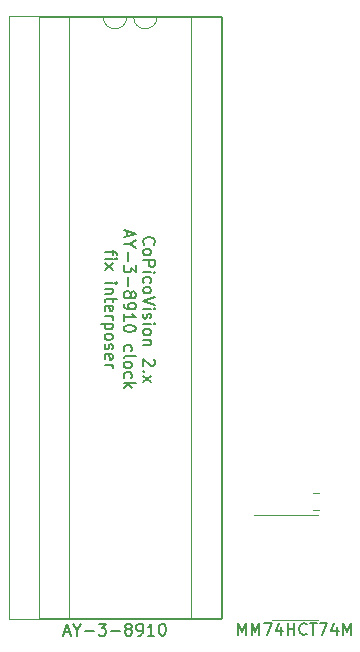
<source format=gbr>
%TF.GenerationSoftware,KiCad,Pcbnew,7.0.2-0*%
%TF.CreationDate,2024-12-31T08:54:24-08:00*%
%TF.ProjectId,rev2_x_ay_interposer,72657632-5f78-45f6-9179-5f696e746572,1.0*%
%TF.SameCoordinates,Original*%
%TF.FileFunction,Legend,Top*%
%TF.FilePolarity,Positive*%
%FSLAX46Y46*%
G04 Gerber Fmt 4.6, Leading zero omitted, Abs format (unit mm)*
G04 Created by KiCad (PCBNEW 7.0.2-0) date 2024-12-31 08:54:24*
%MOMM*%
%LPD*%
G01*
G04 APERTURE LIST*
%ADD10C,0.150000*%
%ADD11C,0.120000*%
G04 APERTURE END LIST*
D10*
X146967619Y-57769809D02*
X146920000Y-57722190D01*
X146920000Y-57722190D02*
X146872380Y-57579333D01*
X146872380Y-57579333D02*
X146872380Y-57484095D01*
X146872380Y-57484095D02*
X146920000Y-57341238D01*
X146920000Y-57341238D02*
X147015238Y-57246000D01*
X147015238Y-57246000D02*
X147110476Y-57198381D01*
X147110476Y-57198381D02*
X147300952Y-57150762D01*
X147300952Y-57150762D02*
X147443809Y-57150762D01*
X147443809Y-57150762D02*
X147634285Y-57198381D01*
X147634285Y-57198381D02*
X147729523Y-57246000D01*
X147729523Y-57246000D02*
X147824761Y-57341238D01*
X147824761Y-57341238D02*
X147872380Y-57484095D01*
X147872380Y-57484095D02*
X147872380Y-57579333D01*
X147872380Y-57579333D02*
X147824761Y-57722190D01*
X147824761Y-57722190D02*
X147777142Y-57769809D01*
X146872380Y-58341238D02*
X146920000Y-58246000D01*
X146920000Y-58246000D02*
X146967619Y-58198381D01*
X146967619Y-58198381D02*
X147062857Y-58150762D01*
X147062857Y-58150762D02*
X147348571Y-58150762D01*
X147348571Y-58150762D02*
X147443809Y-58198381D01*
X147443809Y-58198381D02*
X147491428Y-58246000D01*
X147491428Y-58246000D02*
X147539047Y-58341238D01*
X147539047Y-58341238D02*
X147539047Y-58484095D01*
X147539047Y-58484095D02*
X147491428Y-58579333D01*
X147491428Y-58579333D02*
X147443809Y-58626952D01*
X147443809Y-58626952D02*
X147348571Y-58674571D01*
X147348571Y-58674571D02*
X147062857Y-58674571D01*
X147062857Y-58674571D02*
X146967619Y-58626952D01*
X146967619Y-58626952D02*
X146920000Y-58579333D01*
X146920000Y-58579333D02*
X146872380Y-58484095D01*
X146872380Y-58484095D02*
X146872380Y-58341238D01*
X146872380Y-59103143D02*
X147872380Y-59103143D01*
X147872380Y-59103143D02*
X147872380Y-59484095D01*
X147872380Y-59484095D02*
X147824761Y-59579333D01*
X147824761Y-59579333D02*
X147777142Y-59626952D01*
X147777142Y-59626952D02*
X147681904Y-59674571D01*
X147681904Y-59674571D02*
X147539047Y-59674571D01*
X147539047Y-59674571D02*
X147443809Y-59626952D01*
X147443809Y-59626952D02*
X147396190Y-59579333D01*
X147396190Y-59579333D02*
X147348571Y-59484095D01*
X147348571Y-59484095D02*
X147348571Y-59103143D01*
X146872380Y-60103143D02*
X147539047Y-60103143D01*
X147872380Y-60103143D02*
X147824761Y-60055524D01*
X147824761Y-60055524D02*
X147777142Y-60103143D01*
X147777142Y-60103143D02*
X147824761Y-60150762D01*
X147824761Y-60150762D02*
X147872380Y-60103143D01*
X147872380Y-60103143D02*
X147777142Y-60103143D01*
X146920000Y-61007904D02*
X146872380Y-60912666D01*
X146872380Y-60912666D02*
X146872380Y-60722190D01*
X146872380Y-60722190D02*
X146920000Y-60626952D01*
X146920000Y-60626952D02*
X146967619Y-60579333D01*
X146967619Y-60579333D02*
X147062857Y-60531714D01*
X147062857Y-60531714D02*
X147348571Y-60531714D01*
X147348571Y-60531714D02*
X147443809Y-60579333D01*
X147443809Y-60579333D02*
X147491428Y-60626952D01*
X147491428Y-60626952D02*
X147539047Y-60722190D01*
X147539047Y-60722190D02*
X147539047Y-60912666D01*
X147539047Y-60912666D02*
X147491428Y-61007904D01*
X146872380Y-61579333D02*
X146920000Y-61484095D01*
X146920000Y-61484095D02*
X146967619Y-61436476D01*
X146967619Y-61436476D02*
X147062857Y-61388857D01*
X147062857Y-61388857D02*
X147348571Y-61388857D01*
X147348571Y-61388857D02*
X147443809Y-61436476D01*
X147443809Y-61436476D02*
X147491428Y-61484095D01*
X147491428Y-61484095D02*
X147539047Y-61579333D01*
X147539047Y-61579333D02*
X147539047Y-61722190D01*
X147539047Y-61722190D02*
X147491428Y-61817428D01*
X147491428Y-61817428D02*
X147443809Y-61865047D01*
X147443809Y-61865047D02*
X147348571Y-61912666D01*
X147348571Y-61912666D02*
X147062857Y-61912666D01*
X147062857Y-61912666D02*
X146967619Y-61865047D01*
X146967619Y-61865047D02*
X146920000Y-61817428D01*
X146920000Y-61817428D02*
X146872380Y-61722190D01*
X146872380Y-61722190D02*
X146872380Y-61579333D01*
X147872380Y-62198381D02*
X146872380Y-62531714D01*
X146872380Y-62531714D02*
X147872380Y-62865047D01*
X146872380Y-63198381D02*
X147539047Y-63198381D01*
X147872380Y-63198381D02*
X147824761Y-63150762D01*
X147824761Y-63150762D02*
X147777142Y-63198381D01*
X147777142Y-63198381D02*
X147824761Y-63246000D01*
X147824761Y-63246000D02*
X147872380Y-63198381D01*
X147872380Y-63198381D02*
X147777142Y-63198381D01*
X146920000Y-63626952D02*
X146872380Y-63722190D01*
X146872380Y-63722190D02*
X146872380Y-63912666D01*
X146872380Y-63912666D02*
X146920000Y-64007904D01*
X146920000Y-64007904D02*
X147015238Y-64055523D01*
X147015238Y-64055523D02*
X147062857Y-64055523D01*
X147062857Y-64055523D02*
X147158095Y-64007904D01*
X147158095Y-64007904D02*
X147205714Y-63912666D01*
X147205714Y-63912666D02*
X147205714Y-63769809D01*
X147205714Y-63769809D02*
X147253333Y-63674571D01*
X147253333Y-63674571D02*
X147348571Y-63626952D01*
X147348571Y-63626952D02*
X147396190Y-63626952D01*
X147396190Y-63626952D02*
X147491428Y-63674571D01*
X147491428Y-63674571D02*
X147539047Y-63769809D01*
X147539047Y-63769809D02*
X147539047Y-63912666D01*
X147539047Y-63912666D02*
X147491428Y-64007904D01*
X146872380Y-64484095D02*
X147539047Y-64484095D01*
X147872380Y-64484095D02*
X147824761Y-64436476D01*
X147824761Y-64436476D02*
X147777142Y-64484095D01*
X147777142Y-64484095D02*
X147824761Y-64531714D01*
X147824761Y-64531714D02*
X147872380Y-64484095D01*
X147872380Y-64484095D02*
X147777142Y-64484095D01*
X146872380Y-65103142D02*
X146920000Y-65007904D01*
X146920000Y-65007904D02*
X146967619Y-64960285D01*
X146967619Y-64960285D02*
X147062857Y-64912666D01*
X147062857Y-64912666D02*
X147348571Y-64912666D01*
X147348571Y-64912666D02*
X147443809Y-64960285D01*
X147443809Y-64960285D02*
X147491428Y-65007904D01*
X147491428Y-65007904D02*
X147539047Y-65103142D01*
X147539047Y-65103142D02*
X147539047Y-65245999D01*
X147539047Y-65245999D02*
X147491428Y-65341237D01*
X147491428Y-65341237D02*
X147443809Y-65388856D01*
X147443809Y-65388856D02*
X147348571Y-65436475D01*
X147348571Y-65436475D02*
X147062857Y-65436475D01*
X147062857Y-65436475D02*
X146967619Y-65388856D01*
X146967619Y-65388856D02*
X146920000Y-65341237D01*
X146920000Y-65341237D02*
X146872380Y-65245999D01*
X146872380Y-65245999D02*
X146872380Y-65103142D01*
X147539047Y-65865047D02*
X146872380Y-65865047D01*
X147443809Y-65865047D02*
X147491428Y-65912666D01*
X147491428Y-65912666D02*
X147539047Y-66007904D01*
X147539047Y-66007904D02*
X147539047Y-66150761D01*
X147539047Y-66150761D02*
X147491428Y-66245999D01*
X147491428Y-66245999D02*
X147396190Y-66293618D01*
X147396190Y-66293618D02*
X146872380Y-66293618D01*
X147777142Y-67484095D02*
X147824761Y-67531714D01*
X147824761Y-67531714D02*
X147872380Y-67626952D01*
X147872380Y-67626952D02*
X147872380Y-67865047D01*
X147872380Y-67865047D02*
X147824761Y-67960285D01*
X147824761Y-67960285D02*
X147777142Y-68007904D01*
X147777142Y-68007904D02*
X147681904Y-68055523D01*
X147681904Y-68055523D02*
X147586666Y-68055523D01*
X147586666Y-68055523D02*
X147443809Y-68007904D01*
X147443809Y-68007904D02*
X146872380Y-67436476D01*
X146872380Y-67436476D02*
X146872380Y-68055523D01*
X146967619Y-68484095D02*
X146920000Y-68531714D01*
X146920000Y-68531714D02*
X146872380Y-68484095D01*
X146872380Y-68484095D02*
X146920000Y-68436476D01*
X146920000Y-68436476D02*
X146967619Y-68484095D01*
X146967619Y-68484095D02*
X146872380Y-68484095D01*
X146872380Y-68865047D02*
X147539047Y-69388856D01*
X147539047Y-68865047D02*
X146872380Y-69388856D01*
X145538095Y-56603142D02*
X145538095Y-57079332D01*
X145252380Y-56507904D02*
X146252380Y-56841237D01*
X146252380Y-56841237D02*
X145252380Y-57174570D01*
X145728571Y-57698380D02*
X145252380Y-57698380D01*
X146252380Y-57365047D02*
X145728571Y-57698380D01*
X145728571Y-57698380D02*
X146252380Y-58031713D01*
X145633333Y-58365047D02*
X145633333Y-59126952D01*
X146252380Y-59507904D02*
X146252380Y-60126951D01*
X146252380Y-60126951D02*
X145871428Y-59793618D01*
X145871428Y-59793618D02*
X145871428Y-59936475D01*
X145871428Y-59936475D02*
X145823809Y-60031713D01*
X145823809Y-60031713D02*
X145776190Y-60079332D01*
X145776190Y-60079332D02*
X145680952Y-60126951D01*
X145680952Y-60126951D02*
X145442857Y-60126951D01*
X145442857Y-60126951D02*
X145347619Y-60079332D01*
X145347619Y-60079332D02*
X145300000Y-60031713D01*
X145300000Y-60031713D02*
X145252380Y-59936475D01*
X145252380Y-59936475D02*
X145252380Y-59650761D01*
X145252380Y-59650761D02*
X145300000Y-59555523D01*
X145300000Y-59555523D02*
X145347619Y-59507904D01*
X145633333Y-60555523D02*
X145633333Y-61317428D01*
X145823809Y-61936475D02*
X145871428Y-61841237D01*
X145871428Y-61841237D02*
X145919047Y-61793618D01*
X145919047Y-61793618D02*
X146014285Y-61745999D01*
X146014285Y-61745999D02*
X146061904Y-61745999D01*
X146061904Y-61745999D02*
X146157142Y-61793618D01*
X146157142Y-61793618D02*
X146204761Y-61841237D01*
X146204761Y-61841237D02*
X146252380Y-61936475D01*
X146252380Y-61936475D02*
X146252380Y-62126951D01*
X146252380Y-62126951D02*
X146204761Y-62222189D01*
X146204761Y-62222189D02*
X146157142Y-62269808D01*
X146157142Y-62269808D02*
X146061904Y-62317427D01*
X146061904Y-62317427D02*
X146014285Y-62317427D01*
X146014285Y-62317427D02*
X145919047Y-62269808D01*
X145919047Y-62269808D02*
X145871428Y-62222189D01*
X145871428Y-62222189D02*
X145823809Y-62126951D01*
X145823809Y-62126951D02*
X145823809Y-61936475D01*
X145823809Y-61936475D02*
X145776190Y-61841237D01*
X145776190Y-61841237D02*
X145728571Y-61793618D01*
X145728571Y-61793618D02*
X145633333Y-61745999D01*
X145633333Y-61745999D02*
X145442857Y-61745999D01*
X145442857Y-61745999D02*
X145347619Y-61793618D01*
X145347619Y-61793618D02*
X145300000Y-61841237D01*
X145300000Y-61841237D02*
X145252380Y-61936475D01*
X145252380Y-61936475D02*
X145252380Y-62126951D01*
X145252380Y-62126951D02*
X145300000Y-62222189D01*
X145300000Y-62222189D02*
X145347619Y-62269808D01*
X145347619Y-62269808D02*
X145442857Y-62317427D01*
X145442857Y-62317427D02*
X145633333Y-62317427D01*
X145633333Y-62317427D02*
X145728571Y-62269808D01*
X145728571Y-62269808D02*
X145776190Y-62222189D01*
X145776190Y-62222189D02*
X145823809Y-62126951D01*
X145252380Y-62793618D02*
X145252380Y-62984094D01*
X145252380Y-62984094D02*
X145300000Y-63079332D01*
X145300000Y-63079332D02*
X145347619Y-63126951D01*
X145347619Y-63126951D02*
X145490476Y-63222189D01*
X145490476Y-63222189D02*
X145680952Y-63269808D01*
X145680952Y-63269808D02*
X146061904Y-63269808D01*
X146061904Y-63269808D02*
X146157142Y-63222189D01*
X146157142Y-63222189D02*
X146204761Y-63174570D01*
X146204761Y-63174570D02*
X146252380Y-63079332D01*
X146252380Y-63079332D02*
X146252380Y-62888856D01*
X146252380Y-62888856D02*
X146204761Y-62793618D01*
X146204761Y-62793618D02*
X146157142Y-62745999D01*
X146157142Y-62745999D02*
X146061904Y-62698380D01*
X146061904Y-62698380D02*
X145823809Y-62698380D01*
X145823809Y-62698380D02*
X145728571Y-62745999D01*
X145728571Y-62745999D02*
X145680952Y-62793618D01*
X145680952Y-62793618D02*
X145633333Y-62888856D01*
X145633333Y-62888856D02*
X145633333Y-63079332D01*
X145633333Y-63079332D02*
X145680952Y-63174570D01*
X145680952Y-63174570D02*
X145728571Y-63222189D01*
X145728571Y-63222189D02*
X145823809Y-63269808D01*
X145252380Y-64222189D02*
X145252380Y-63650761D01*
X145252380Y-63936475D02*
X146252380Y-63936475D01*
X146252380Y-63936475D02*
X146109523Y-63841237D01*
X146109523Y-63841237D02*
X146014285Y-63745999D01*
X146014285Y-63745999D02*
X145966666Y-63650761D01*
X146252380Y-64841237D02*
X146252380Y-64936475D01*
X146252380Y-64936475D02*
X146204761Y-65031713D01*
X146204761Y-65031713D02*
X146157142Y-65079332D01*
X146157142Y-65079332D02*
X146061904Y-65126951D01*
X146061904Y-65126951D02*
X145871428Y-65174570D01*
X145871428Y-65174570D02*
X145633333Y-65174570D01*
X145633333Y-65174570D02*
X145442857Y-65126951D01*
X145442857Y-65126951D02*
X145347619Y-65079332D01*
X145347619Y-65079332D02*
X145300000Y-65031713D01*
X145300000Y-65031713D02*
X145252380Y-64936475D01*
X145252380Y-64936475D02*
X145252380Y-64841237D01*
X145252380Y-64841237D02*
X145300000Y-64745999D01*
X145300000Y-64745999D02*
X145347619Y-64698380D01*
X145347619Y-64698380D02*
X145442857Y-64650761D01*
X145442857Y-64650761D02*
X145633333Y-64603142D01*
X145633333Y-64603142D02*
X145871428Y-64603142D01*
X145871428Y-64603142D02*
X146061904Y-64650761D01*
X146061904Y-64650761D02*
X146157142Y-64698380D01*
X146157142Y-64698380D02*
X146204761Y-64745999D01*
X146204761Y-64745999D02*
X146252380Y-64841237D01*
X145300000Y-66793618D02*
X145252380Y-66698380D01*
X145252380Y-66698380D02*
X145252380Y-66507904D01*
X145252380Y-66507904D02*
X145300000Y-66412666D01*
X145300000Y-66412666D02*
X145347619Y-66365047D01*
X145347619Y-66365047D02*
X145442857Y-66317428D01*
X145442857Y-66317428D02*
X145728571Y-66317428D01*
X145728571Y-66317428D02*
X145823809Y-66365047D01*
X145823809Y-66365047D02*
X145871428Y-66412666D01*
X145871428Y-66412666D02*
X145919047Y-66507904D01*
X145919047Y-66507904D02*
X145919047Y-66698380D01*
X145919047Y-66698380D02*
X145871428Y-66793618D01*
X145252380Y-67365047D02*
X145300000Y-67269809D01*
X145300000Y-67269809D02*
X145395238Y-67222190D01*
X145395238Y-67222190D02*
X146252380Y-67222190D01*
X145252380Y-67888857D02*
X145300000Y-67793619D01*
X145300000Y-67793619D02*
X145347619Y-67746000D01*
X145347619Y-67746000D02*
X145442857Y-67698381D01*
X145442857Y-67698381D02*
X145728571Y-67698381D01*
X145728571Y-67698381D02*
X145823809Y-67746000D01*
X145823809Y-67746000D02*
X145871428Y-67793619D01*
X145871428Y-67793619D02*
X145919047Y-67888857D01*
X145919047Y-67888857D02*
X145919047Y-68031714D01*
X145919047Y-68031714D02*
X145871428Y-68126952D01*
X145871428Y-68126952D02*
X145823809Y-68174571D01*
X145823809Y-68174571D02*
X145728571Y-68222190D01*
X145728571Y-68222190D02*
X145442857Y-68222190D01*
X145442857Y-68222190D02*
X145347619Y-68174571D01*
X145347619Y-68174571D02*
X145300000Y-68126952D01*
X145300000Y-68126952D02*
X145252380Y-68031714D01*
X145252380Y-68031714D02*
X145252380Y-67888857D01*
X145300000Y-69079333D02*
X145252380Y-68984095D01*
X145252380Y-68984095D02*
X145252380Y-68793619D01*
X145252380Y-68793619D02*
X145300000Y-68698381D01*
X145300000Y-68698381D02*
X145347619Y-68650762D01*
X145347619Y-68650762D02*
X145442857Y-68603143D01*
X145442857Y-68603143D02*
X145728571Y-68603143D01*
X145728571Y-68603143D02*
X145823809Y-68650762D01*
X145823809Y-68650762D02*
X145871428Y-68698381D01*
X145871428Y-68698381D02*
X145919047Y-68793619D01*
X145919047Y-68793619D02*
X145919047Y-68984095D01*
X145919047Y-68984095D02*
X145871428Y-69079333D01*
X145252380Y-69507905D02*
X146252380Y-69507905D01*
X145633333Y-69603143D02*
X145252380Y-69888857D01*
X145919047Y-69888857D02*
X145538095Y-69507905D01*
X144299047Y-58269809D02*
X144299047Y-58650761D01*
X143632380Y-58412666D02*
X144489523Y-58412666D01*
X144489523Y-58412666D02*
X144584761Y-58460285D01*
X144584761Y-58460285D02*
X144632380Y-58555523D01*
X144632380Y-58555523D02*
X144632380Y-58650761D01*
X143632380Y-58984095D02*
X144299047Y-58984095D01*
X144632380Y-58984095D02*
X144584761Y-58936476D01*
X144584761Y-58936476D02*
X144537142Y-58984095D01*
X144537142Y-58984095D02*
X144584761Y-59031714D01*
X144584761Y-59031714D02*
X144632380Y-58984095D01*
X144632380Y-58984095D02*
X144537142Y-58984095D01*
X143632380Y-59365047D02*
X144299047Y-59888856D01*
X144299047Y-59365047D02*
X143632380Y-59888856D01*
X143632380Y-61031714D02*
X144299047Y-61031714D01*
X144632380Y-61031714D02*
X144584761Y-60984095D01*
X144584761Y-60984095D02*
X144537142Y-61031714D01*
X144537142Y-61031714D02*
X144584761Y-61079333D01*
X144584761Y-61079333D02*
X144632380Y-61031714D01*
X144632380Y-61031714D02*
X144537142Y-61031714D01*
X144299047Y-61507904D02*
X143632380Y-61507904D01*
X144203809Y-61507904D02*
X144251428Y-61555523D01*
X144251428Y-61555523D02*
X144299047Y-61650761D01*
X144299047Y-61650761D02*
X144299047Y-61793618D01*
X144299047Y-61793618D02*
X144251428Y-61888856D01*
X144251428Y-61888856D02*
X144156190Y-61936475D01*
X144156190Y-61936475D02*
X143632380Y-61936475D01*
X144299047Y-62269809D02*
X144299047Y-62650761D01*
X144632380Y-62412666D02*
X143775238Y-62412666D01*
X143775238Y-62412666D02*
X143680000Y-62460285D01*
X143680000Y-62460285D02*
X143632380Y-62555523D01*
X143632380Y-62555523D02*
X143632380Y-62650761D01*
X143680000Y-63365047D02*
X143632380Y-63269809D01*
X143632380Y-63269809D02*
X143632380Y-63079333D01*
X143632380Y-63079333D02*
X143680000Y-62984095D01*
X143680000Y-62984095D02*
X143775238Y-62936476D01*
X143775238Y-62936476D02*
X144156190Y-62936476D01*
X144156190Y-62936476D02*
X144251428Y-62984095D01*
X144251428Y-62984095D02*
X144299047Y-63079333D01*
X144299047Y-63079333D02*
X144299047Y-63269809D01*
X144299047Y-63269809D02*
X144251428Y-63365047D01*
X144251428Y-63365047D02*
X144156190Y-63412666D01*
X144156190Y-63412666D02*
X144060952Y-63412666D01*
X144060952Y-63412666D02*
X143965714Y-62936476D01*
X143632380Y-63841238D02*
X144299047Y-63841238D01*
X144108571Y-63841238D02*
X144203809Y-63888857D01*
X144203809Y-63888857D02*
X144251428Y-63936476D01*
X144251428Y-63936476D02*
X144299047Y-64031714D01*
X144299047Y-64031714D02*
X144299047Y-64126952D01*
X144299047Y-64460286D02*
X143299047Y-64460286D01*
X144251428Y-64460286D02*
X144299047Y-64555524D01*
X144299047Y-64555524D02*
X144299047Y-64746000D01*
X144299047Y-64746000D02*
X144251428Y-64841238D01*
X144251428Y-64841238D02*
X144203809Y-64888857D01*
X144203809Y-64888857D02*
X144108571Y-64936476D01*
X144108571Y-64936476D02*
X143822857Y-64936476D01*
X143822857Y-64936476D02*
X143727619Y-64888857D01*
X143727619Y-64888857D02*
X143680000Y-64841238D01*
X143680000Y-64841238D02*
X143632380Y-64746000D01*
X143632380Y-64746000D02*
X143632380Y-64555524D01*
X143632380Y-64555524D02*
X143680000Y-64460286D01*
X143632380Y-65507905D02*
X143680000Y-65412667D01*
X143680000Y-65412667D02*
X143727619Y-65365048D01*
X143727619Y-65365048D02*
X143822857Y-65317429D01*
X143822857Y-65317429D02*
X144108571Y-65317429D01*
X144108571Y-65317429D02*
X144203809Y-65365048D01*
X144203809Y-65365048D02*
X144251428Y-65412667D01*
X144251428Y-65412667D02*
X144299047Y-65507905D01*
X144299047Y-65507905D02*
X144299047Y-65650762D01*
X144299047Y-65650762D02*
X144251428Y-65746000D01*
X144251428Y-65746000D02*
X144203809Y-65793619D01*
X144203809Y-65793619D02*
X144108571Y-65841238D01*
X144108571Y-65841238D02*
X143822857Y-65841238D01*
X143822857Y-65841238D02*
X143727619Y-65793619D01*
X143727619Y-65793619D02*
X143680000Y-65746000D01*
X143680000Y-65746000D02*
X143632380Y-65650762D01*
X143632380Y-65650762D02*
X143632380Y-65507905D01*
X143680000Y-66222191D02*
X143632380Y-66317429D01*
X143632380Y-66317429D02*
X143632380Y-66507905D01*
X143632380Y-66507905D02*
X143680000Y-66603143D01*
X143680000Y-66603143D02*
X143775238Y-66650762D01*
X143775238Y-66650762D02*
X143822857Y-66650762D01*
X143822857Y-66650762D02*
X143918095Y-66603143D01*
X143918095Y-66603143D02*
X143965714Y-66507905D01*
X143965714Y-66507905D02*
X143965714Y-66365048D01*
X143965714Y-66365048D02*
X144013333Y-66269810D01*
X144013333Y-66269810D02*
X144108571Y-66222191D01*
X144108571Y-66222191D02*
X144156190Y-66222191D01*
X144156190Y-66222191D02*
X144251428Y-66269810D01*
X144251428Y-66269810D02*
X144299047Y-66365048D01*
X144299047Y-66365048D02*
X144299047Y-66507905D01*
X144299047Y-66507905D02*
X144251428Y-66603143D01*
X143680000Y-67460286D02*
X143632380Y-67365048D01*
X143632380Y-67365048D02*
X143632380Y-67174572D01*
X143632380Y-67174572D02*
X143680000Y-67079334D01*
X143680000Y-67079334D02*
X143775238Y-67031715D01*
X143775238Y-67031715D02*
X144156190Y-67031715D01*
X144156190Y-67031715D02*
X144251428Y-67079334D01*
X144251428Y-67079334D02*
X144299047Y-67174572D01*
X144299047Y-67174572D02*
X144299047Y-67365048D01*
X144299047Y-67365048D02*
X144251428Y-67460286D01*
X144251428Y-67460286D02*
X144156190Y-67507905D01*
X144156190Y-67507905D02*
X144060952Y-67507905D01*
X144060952Y-67507905D02*
X143965714Y-67031715D01*
X143632380Y-67936477D02*
X144299047Y-67936477D01*
X144108571Y-67936477D02*
X144203809Y-67984096D01*
X144203809Y-67984096D02*
X144251428Y-68031715D01*
X144251428Y-68031715D02*
X144299047Y-68126953D01*
X144299047Y-68126953D02*
X144299047Y-68222191D01*
%TO.C,U102*%
X140212486Y-90593304D02*
X140688676Y-90593304D01*
X140117248Y-90879019D02*
X140450581Y-89879019D01*
X140450581Y-89879019D02*
X140783914Y-90879019D01*
X141307724Y-90402828D02*
X141307724Y-90879019D01*
X140974391Y-89879019D02*
X141307724Y-90402828D01*
X141307724Y-90402828D02*
X141641057Y-89879019D01*
X141974391Y-90498066D02*
X142736296Y-90498066D01*
X143117248Y-89879019D02*
X143736295Y-89879019D01*
X143736295Y-89879019D02*
X143402962Y-90259971D01*
X143402962Y-90259971D02*
X143545819Y-90259971D01*
X143545819Y-90259971D02*
X143641057Y-90307590D01*
X143641057Y-90307590D02*
X143688676Y-90355209D01*
X143688676Y-90355209D02*
X143736295Y-90450447D01*
X143736295Y-90450447D02*
X143736295Y-90688542D01*
X143736295Y-90688542D02*
X143688676Y-90783780D01*
X143688676Y-90783780D02*
X143641057Y-90831400D01*
X143641057Y-90831400D02*
X143545819Y-90879019D01*
X143545819Y-90879019D02*
X143260105Y-90879019D01*
X143260105Y-90879019D02*
X143164867Y-90831400D01*
X143164867Y-90831400D02*
X143117248Y-90783780D01*
X144164867Y-90498066D02*
X144926772Y-90498066D01*
X145545819Y-90307590D02*
X145450581Y-90259971D01*
X145450581Y-90259971D02*
X145402962Y-90212352D01*
X145402962Y-90212352D02*
X145355343Y-90117114D01*
X145355343Y-90117114D02*
X145355343Y-90069495D01*
X145355343Y-90069495D02*
X145402962Y-89974257D01*
X145402962Y-89974257D02*
X145450581Y-89926638D01*
X145450581Y-89926638D02*
X145545819Y-89879019D01*
X145545819Y-89879019D02*
X145736295Y-89879019D01*
X145736295Y-89879019D02*
X145831533Y-89926638D01*
X145831533Y-89926638D02*
X145879152Y-89974257D01*
X145879152Y-89974257D02*
X145926771Y-90069495D01*
X145926771Y-90069495D02*
X145926771Y-90117114D01*
X145926771Y-90117114D02*
X145879152Y-90212352D01*
X145879152Y-90212352D02*
X145831533Y-90259971D01*
X145831533Y-90259971D02*
X145736295Y-90307590D01*
X145736295Y-90307590D02*
X145545819Y-90307590D01*
X145545819Y-90307590D02*
X145450581Y-90355209D01*
X145450581Y-90355209D02*
X145402962Y-90402828D01*
X145402962Y-90402828D02*
X145355343Y-90498066D01*
X145355343Y-90498066D02*
X145355343Y-90688542D01*
X145355343Y-90688542D02*
X145402962Y-90783780D01*
X145402962Y-90783780D02*
X145450581Y-90831400D01*
X145450581Y-90831400D02*
X145545819Y-90879019D01*
X145545819Y-90879019D02*
X145736295Y-90879019D01*
X145736295Y-90879019D02*
X145831533Y-90831400D01*
X145831533Y-90831400D02*
X145879152Y-90783780D01*
X145879152Y-90783780D02*
X145926771Y-90688542D01*
X145926771Y-90688542D02*
X145926771Y-90498066D01*
X145926771Y-90498066D02*
X145879152Y-90402828D01*
X145879152Y-90402828D02*
X145831533Y-90355209D01*
X145831533Y-90355209D02*
X145736295Y-90307590D01*
X146402962Y-90879019D02*
X146593438Y-90879019D01*
X146593438Y-90879019D02*
X146688676Y-90831400D01*
X146688676Y-90831400D02*
X146736295Y-90783780D01*
X146736295Y-90783780D02*
X146831533Y-90640923D01*
X146831533Y-90640923D02*
X146879152Y-90450447D01*
X146879152Y-90450447D02*
X146879152Y-90069495D01*
X146879152Y-90069495D02*
X146831533Y-89974257D01*
X146831533Y-89974257D02*
X146783914Y-89926638D01*
X146783914Y-89926638D02*
X146688676Y-89879019D01*
X146688676Y-89879019D02*
X146498200Y-89879019D01*
X146498200Y-89879019D02*
X146402962Y-89926638D01*
X146402962Y-89926638D02*
X146355343Y-89974257D01*
X146355343Y-89974257D02*
X146307724Y-90069495D01*
X146307724Y-90069495D02*
X146307724Y-90307590D01*
X146307724Y-90307590D02*
X146355343Y-90402828D01*
X146355343Y-90402828D02*
X146402962Y-90450447D01*
X146402962Y-90450447D02*
X146498200Y-90498066D01*
X146498200Y-90498066D02*
X146688676Y-90498066D01*
X146688676Y-90498066D02*
X146783914Y-90450447D01*
X146783914Y-90450447D02*
X146831533Y-90402828D01*
X146831533Y-90402828D02*
X146879152Y-90307590D01*
X147831533Y-90879019D02*
X147260105Y-90879019D01*
X147545819Y-90879019D02*
X147545819Y-89879019D01*
X147545819Y-89879019D02*
X147450581Y-90021876D01*
X147450581Y-90021876D02*
X147355343Y-90117114D01*
X147355343Y-90117114D02*
X147260105Y-90164733D01*
X148450581Y-89879019D02*
X148545819Y-89879019D01*
X148545819Y-89879019D02*
X148641057Y-89926638D01*
X148641057Y-89926638D02*
X148688676Y-89974257D01*
X148688676Y-89974257D02*
X148736295Y-90069495D01*
X148736295Y-90069495D02*
X148783914Y-90259971D01*
X148783914Y-90259971D02*
X148783914Y-90498066D01*
X148783914Y-90498066D02*
X148736295Y-90688542D01*
X148736295Y-90688542D02*
X148688676Y-90783780D01*
X148688676Y-90783780D02*
X148641057Y-90831400D01*
X148641057Y-90831400D02*
X148545819Y-90879019D01*
X148545819Y-90879019D02*
X148450581Y-90879019D01*
X148450581Y-90879019D02*
X148355343Y-90831400D01*
X148355343Y-90831400D02*
X148307724Y-90783780D01*
X148307724Y-90783780D02*
X148260105Y-90688542D01*
X148260105Y-90688542D02*
X148212486Y-90498066D01*
X148212486Y-90498066D02*
X148212486Y-90259971D01*
X148212486Y-90259971D02*
X148260105Y-90069495D01*
X148260105Y-90069495D02*
X148307724Y-89974257D01*
X148307724Y-89974257D02*
X148355343Y-89926638D01*
X148355343Y-89926638D02*
X148450581Y-89879019D01*
%TO.C,U103*%
X154915286Y-90832619D02*
X154915286Y-89832619D01*
X154915286Y-89832619D02*
X155248619Y-90546904D01*
X155248619Y-90546904D02*
X155581952Y-89832619D01*
X155581952Y-89832619D02*
X155581952Y-90832619D01*
X156058143Y-90832619D02*
X156058143Y-89832619D01*
X156058143Y-89832619D02*
X156391476Y-90546904D01*
X156391476Y-90546904D02*
X156724809Y-89832619D01*
X156724809Y-89832619D02*
X156724809Y-90832619D01*
X157105762Y-89832619D02*
X157772428Y-89832619D01*
X157772428Y-89832619D02*
X157343857Y-90832619D01*
X158581952Y-90165952D02*
X158581952Y-90832619D01*
X158343857Y-89785000D02*
X158105762Y-90499285D01*
X158105762Y-90499285D02*
X158724809Y-90499285D01*
X159105762Y-90832619D02*
X159105762Y-89832619D01*
X159105762Y-90308809D02*
X159677190Y-90308809D01*
X159677190Y-90832619D02*
X159677190Y-89832619D01*
X160724809Y-90737380D02*
X160677190Y-90785000D01*
X160677190Y-90785000D02*
X160534333Y-90832619D01*
X160534333Y-90832619D02*
X160439095Y-90832619D01*
X160439095Y-90832619D02*
X160296238Y-90785000D01*
X160296238Y-90785000D02*
X160201000Y-90689761D01*
X160201000Y-90689761D02*
X160153381Y-90594523D01*
X160153381Y-90594523D02*
X160105762Y-90404047D01*
X160105762Y-90404047D02*
X160105762Y-90261190D01*
X160105762Y-90261190D02*
X160153381Y-90070714D01*
X160153381Y-90070714D02*
X160201000Y-89975476D01*
X160201000Y-89975476D02*
X160296238Y-89880238D01*
X160296238Y-89880238D02*
X160439095Y-89832619D01*
X160439095Y-89832619D02*
X160534333Y-89832619D01*
X160534333Y-89832619D02*
X160677190Y-89880238D01*
X160677190Y-89880238D02*
X160724809Y-89927857D01*
X161010524Y-89832619D02*
X161581952Y-89832619D01*
X161296238Y-90832619D02*
X161296238Y-89832619D01*
X161820048Y-89832619D02*
X162486714Y-89832619D01*
X162486714Y-89832619D02*
X162058143Y-90832619D01*
X163296238Y-90165952D02*
X163296238Y-90832619D01*
X163058143Y-89785000D02*
X162820048Y-90499285D01*
X162820048Y-90499285D02*
X163439095Y-90499285D01*
X163820048Y-90832619D02*
X163820048Y-89832619D01*
X163820048Y-89832619D02*
X164153381Y-90546904D01*
X164153381Y-90546904D02*
X164486714Y-89832619D01*
X164486714Y-89832619D02*
X164486714Y-90832619D01*
D11*
%TO.C,U101*%
X140606000Y-38496400D02*
X140606000Y-89416400D01*
X140606000Y-89416400D02*
X153526000Y-89416400D01*
X146066000Y-38496400D02*
X140606000Y-38496400D01*
X153526000Y-38496400D02*
X148066000Y-38496400D01*
X153526000Y-89416400D02*
X153526000Y-38496400D01*
X146066000Y-38496400D02*
G75*
G03*
X148066000Y-38496400I1000000J0D01*
G01*
%TO.C,C101*%
X161805252Y-80237000D02*
X161282748Y-80237000D01*
X161805252Y-78767000D02*
X161282748Y-78767000D01*
%TO.C,U102*%
X135548200Y-38436400D02*
X135548200Y-89476400D01*
X135548200Y-89476400D02*
X153448200Y-89476400D01*
X138038200Y-38496400D02*
X138038200Y-89416400D01*
X138038200Y-89416400D02*
X150958200Y-89416400D01*
X143498200Y-38496400D02*
X138038200Y-38496400D01*
X150958200Y-38496400D02*
X145498200Y-38496400D01*
X150958200Y-89416400D02*
X150958200Y-38496400D01*
X153448200Y-38436400D02*
X135548200Y-38436400D01*
X153448200Y-89476400D02*
X153448200Y-38436400D01*
X143498200Y-38496400D02*
G75*
G03*
X145498200Y-38496400I1000000J0D01*
G01*
%TO.C,U103*%
X159701000Y-80655000D02*
X156251000Y-80655000D01*
X159701000Y-80655000D02*
X161651000Y-80655000D01*
X159701000Y-89525000D02*
X157751000Y-89525000D01*
X159701000Y-89525000D02*
X161651000Y-89525000D01*
%TD*%
M02*

</source>
